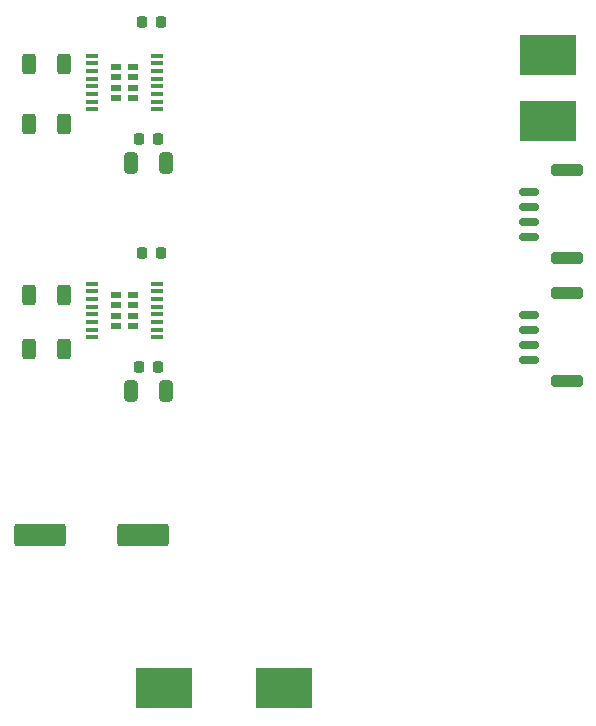
<source format=gtp>
%TF.GenerationSoftware,KiCad,Pcbnew,9.0.0*%
%TF.CreationDate,2025-06-14T22:04:31-04:00*%
%TF.ProjectId,equatorial-mount,65717561-746f-4726-9961-6c2d6d6f756e,rev?*%
%TF.SameCoordinates,Original*%
%TF.FileFunction,Paste,Top*%
%TF.FilePolarity,Positive*%
%FSLAX46Y46*%
G04 Gerber Fmt 4.6, Leading zero omitted, Abs format (unit mm)*
G04 Created by KiCad (PCBNEW 9.0.0) date 2025-06-14 22:04:31*
%MOMM*%
%LPD*%
G01*
G04 APERTURE LIST*
G04 Aperture macros list*
%AMRoundRect*
0 Rectangle with rounded corners*
0 $1 Rounding radius*
0 $2 $3 $4 $5 $6 $7 $8 $9 X,Y pos of 4 corners*
0 Add a 4 corners polygon primitive as box body*
4,1,4,$2,$3,$4,$5,$6,$7,$8,$9,$2,$3,0*
0 Add four circle primitives for the rounded corners*
1,1,$1+$1,$2,$3*
1,1,$1+$1,$4,$5*
1,1,$1+$1,$6,$7*
1,1,$1+$1,$8,$9*
0 Add four rect primitives between the rounded corners*
20,1,$1+$1,$2,$3,$4,$5,0*
20,1,$1+$1,$4,$5,$6,$7,0*
20,1,$1+$1,$6,$7,$8,$9,0*
20,1,$1+$1,$8,$9,$2,$3,0*%
G04 Aperture macros list end*
%ADD10RoundRect,0.250000X1.950000X0.700000X-1.950000X0.700000X-1.950000X-0.700000X1.950000X-0.700000X0*%
%ADD11R,1.050000X0.450000*%
%ADD12R,0.882000X0.537000*%
%ADD13RoundRect,0.250000X0.312500X0.625000X-0.312500X0.625000X-0.312500X-0.625000X0.312500X-0.625000X0*%
%ADD14RoundRect,0.250000X0.325000X0.650000X-0.325000X0.650000X-0.325000X-0.650000X0.325000X-0.650000X0*%
%ADD15RoundRect,0.225000X0.225000X0.250000X-0.225000X0.250000X-0.225000X-0.250000X0.225000X-0.250000X0*%
%ADD16RoundRect,0.150000X0.700000X-0.150000X0.700000X0.150000X-0.700000X0.150000X-0.700000X-0.150000X0*%
%ADD17RoundRect,0.250000X1.100000X-0.250000X1.100000X0.250000X-1.100000X0.250000X-1.100000X-0.250000X0*%
%ADD18R,4.699000X3.429000*%
G04 APERTURE END LIST*
D10*
%TO.C,C1*%
X121698000Y-123952000D03*
X112998000Y-123952000D03*
%TD*%
D11*
%TO.C,U4*%
X117367000Y-102627000D03*
X117367000Y-103277000D03*
X117367000Y-103927000D03*
X117367000Y-104577000D03*
X117367000Y-105227000D03*
X117367000Y-105877000D03*
X117367000Y-106527000D03*
X117367000Y-107177000D03*
X122917000Y-107177000D03*
X122917000Y-106527000D03*
X122917000Y-105877000D03*
X122917000Y-105227000D03*
X122917000Y-104577000D03*
X122917000Y-103927000D03*
X122917000Y-103277000D03*
X122917000Y-102627000D03*
D12*
X119407000Y-103559500D03*
X119407000Y-104454500D03*
X119407000Y-105349500D03*
X119407000Y-106244500D03*
X120877000Y-103559500D03*
X120877000Y-104454500D03*
X120877000Y-105349500D03*
X120877000Y-106244500D03*
%TD*%
D13*
%TO.C,R8*%
X115000500Y-108204000D03*
X112075500Y-108204000D03*
%TD*%
%TO.C,R7*%
X115000500Y-103632000D03*
X112075500Y-103632000D03*
%TD*%
D14*
%TO.C,C9*%
X123649000Y-111760000D03*
X120699000Y-111760000D03*
%TD*%
D15*
%TO.C,C8*%
X122949000Y-109728000D03*
X121399000Y-109728000D03*
%TD*%
%TO.C,C7*%
X123203000Y-100076000D03*
X121653000Y-100076000D03*
%TD*%
D16*
%TO.C,J3*%
X154360000Y-98649000D03*
X154360000Y-97399000D03*
X154360000Y-96149000D03*
X154360000Y-94899000D03*
D17*
X157560000Y-100499000D03*
X157560000Y-93049000D03*
%TD*%
D18*
%TO.C,TP1*%
X133604000Y-136906000D03*
%TD*%
D13*
%TO.C,R6*%
X115000500Y-84074000D03*
X112075500Y-84074000D03*
%TD*%
D18*
%TO.C,TP3*%
X123444000Y-136906000D03*
%TD*%
%TO.C,TP2*%
X155956000Y-88900000D03*
%TD*%
D15*
%TO.C,C6*%
X123203000Y-80518000D03*
X121653000Y-80518000D03*
%TD*%
D13*
%TO.C,R5*%
X115000500Y-89154000D03*
X112075500Y-89154000D03*
%TD*%
D15*
%TO.C,C5*%
X122949000Y-90424000D03*
X121399000Y-90424000D03*
%TD*%
D11*
%TO.C,U3*%
X117367000Y-83323000D03*
X117367000Y-83973000D03*
X117367000Y-84623000D03*
X117367000Y-85273000D03*
X117367000Y-85923000D03*
X117367000Y-86573000D03*
X117367000Y-87223000D03*
X117367000Y-87873000D03*
X122917000Y-87873000D03*
X122917000Y-87223000D03*
X122917000Y-86573000D03*
X122917000Y-85923000D03*
X122917000Y-85273000D03*
X122917000Y-84623000D03*
X122917000Y-83973000D03*
X122917000Y-83323000D03*
D12*
X119407000Y-84255500D03*
X119407000Y-85150500D03*
X119407000Y-86045500D03*
X119407000Y-86940500D03*
X120877000Y-84255500D03*
X120877000Y-85150500D03*
X120877000Y-86045500D03*
X120877000Y-86940500D03*
%TD*%
D14*
%TO.C,C4*%
X123649000Y-92456000D03*
X120699000Y-92456000D03*
%TD*%
D16*
%TO.C,J4*%
X154360000Y-109063000D03*
X154360000Y-107813000D03*
X154360000Y-106563000D03*
X154360000Y-105313000D03*
D17*
X157560000Y-110913000D03*
X157560000Y-103463000D03*
%TD*%
D18*
%TO.C,TP4*%
X155956000Y-83312000D03*
%TD*%
M02*

</source>
